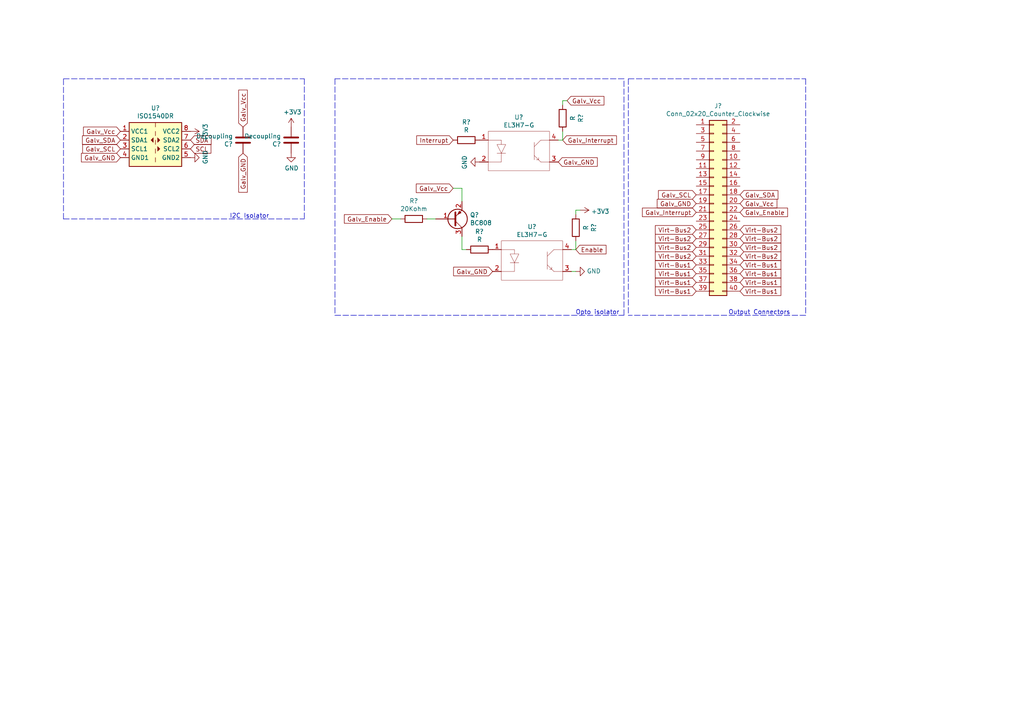
<source format=kicad_sch>
(kicad_sch (version 20210126) (generator eeschema)
  (paper "A4")
  (lib_symbols
    (symbol "00_LIB:EL3H7-G"
      (property "Reference" "U?" (at 0 10.4335 0))
      (property "Value" "EL3H7-G" (at 0 8.1348 0))
      (symbol "EL3H7-G_0_1"
        (rectangle (start -8.89 6.35) (end 8.89 -5.08) (stroke (width 0.0006)))
        (polyline (pts (xy -8.89 3.81) (xy -6.35 3.81) (xy -5.08 3.81) (xy -5.08 2.54) (xy -3.81 2.54) (xy -5.08 0) (xy -6.35 2.54) (xy -5.08 2.54)) (stroke (width 0.0006)))
        (polyline (pts (xy -5.08 0) (xy -5.08 -1.27) (xy -5.08 -2.54) (xy -8.89 -2.54)) (stroke (width 0.0006)))
        (polyline (pts (xy -6.35 0) (xy -3.81 0)) (stroke (width 0.0006)))
        (polyline (pts (xy 8.89 3.81) (xy 6.35 3.81)) (stroke (width 0.0006)))
        (polyline (pts (xy 6.35 3.81) (xy 4.445 1.905)) (stroke (width 0.0006)))
        (polyline (pts (xy 4.445 2.54) (xy 4.445 3.175)) (stroke (width 0.0006)))
        (polyline (pts (xy 4.445 2.54) (xy 4.445 -1.905)) (stroke (width 0.0006)))
        (polyline (pts (xy 8.89 -2.54) (xy 6.35 -2.54)) (stroke (width 0.0006)))
        (polyline (pts (xy 6.35 -2.54) (xy 4.445 -0.635)) (stroke (width 0.0006)))
        (polyline (pts (xy 5.715 -1.905) (xy 5.715 -1.27)) (stroke (width 0.0006)))
        (polyline (pts (xy 5.715 -1.905) (xy 5.08 -1.905)) (stroke (width 0.0006)))
      )
      (symbol "EL3H7-G_1_1"
        (pin input line (at -11.43 3.81 0) (length 2.54) (name "") (number "1"))
        (pin input line (at -11.43 -2.54 0) (length 2.54) (name "") (number "2"))
        (pin input line (at 11.43 -2.54 180) (length 2.54) (name "") (number "3"))
        (pin input line (at 11.43 3.81 180) (length 2.54) (name "") (number "4"))
      )
    )
    (symbol "00_LIB:EL3H7-G_1"
      (property "Reference" "U?" (at 0 10.4335 0))
      (property "Value" "EL3H7-G" (at 0 8.1348 0))
      (symbol "EL3H7-G_1_0_1"
        (rectangle (start -8.89 6.35) (end 8.89 -5.08) (stroke (width 0.0006)))
        (polyline (pts (xy -8.89 3.81) (xy -6.35 3.81) (xy -5.08 3.81) (xy -5.08 2.54) (xy -3.81 2.54) (xy -5.08 0) (xy -6.35 2.54) (xy -5.08 2.54)) (stroke (width 0.0006)))
        (polyline (pts (xy -5.08 0) (xy -5.08 -1.27) (xy -5.08 -2.54) (xy -8.89 -2.54)) (stroke (width 0.0006)))
        (polyline (pts (xy -6.35 0) (xy -3.81 0)) (stroke (width 0.0006)))
        (polyline (pts (xy 8.89 3.81) (xy 6.35 3.81)) (stroke (width 0.0006)))
        (polyline (pts (xy 6.35 3.81) (xy 4.445 1.905)) (stroke (width 0.0006)))
        (polyline (pts (xy 4.445 2.54) (xy 4.445 3.175)) (stroke (width 0.0006)))
        (polyline (pts (xy 4.445 2.54) (xy 4.445 -1.905)) (stroke (width 0.0006)))
        (polyline (pts (xy 8.89 -2.54) (xy 6.35 -2.54)) (stroke (width 0.0006)))
        (polyline (pts (xy 6.35 -2.54) (xy 4.445 -0.635)) (stroke (width 0.0006)))
        (polyline (pts (xy 5.715 -1.905) (xy 5.715 -1.27)) (stroke (width 0.0006)))
        (polyline (pts (xy 5.715 -1.905) (xy 5.08 -1.905)) (stroke (width 0.0006)))
      )
      (symbol "EL3H7-G_1_1_1"
        (pin input line (at -11.43 3.81 0) (length 2.54) (name "") (number "1"))
        (pin input line (at -11.43 -2.54 0) (length 2.54) (name "") (number "2"))
        (pin input line (at 11.43 -2.54 180) (length 2.54) (name "") (number "3"))
        (pin input line (at 11.43 3.81 180) (length 2.54) (name "") (number "4"))
      )
    )
    (symbol "Connector_Generic:Conn_02x20_Odd_Even" (pin_names (offset 1.016) hide)
      (property "Reference" "J" (at 1.27 25.4 0))
      (property "Value" "Conn_02x20_Odd_Even" (at 1.27 -27.94 0))
      (symbol "Conn_02x20_Odd_Even_1_1"
        (rectangle (start -1.27 -4.953) (end 0 -5.207) (stroke (width 0.1524)))
        (rectangle (start -1.27 -7.493) (end 0 -7.747) (stroke (width 0.1524)))
        (rectangle (start -1.27 -10.033) (end 0 -10.287) (stroke (width 0.1524)))
        (rectangle (start -1.27 -12.573) (end 0 -12.827) (stroke (width 0.1524)))
        (rectangle (start -1.27 -15.113) (end 0 -15.367) (stroke (width 0.1524)))
        (rectangle (start -1.27 -17.653) (end 0 -17.907) (stroke (width 0.1524)))
        (rectangle (start -1.27 -20.193) (end 0 -20.447) (stroke (width 0.1524)))
        (rectangle (start -1.27 -22.733) (end 0 -22.987) (stroke (width 0.1524)))
        (rectangle (start -1.27 -2.413) (end 0 -2.667) (stroke (width 0.1524)))
        (rectangle (start -1.27 -25.273) (end 0 -25.527) (stroke (width 0.1524)))
        (rectangle (start -1.27 2.667) (end 0 2.413) (stroke (width 0.1524)))
        (rectangle (start -1.27 5.207) (end 0 4.953) (stroke (width 0.1524)))
        (rectangle (start -1.27 7.747) (end 0 7.493) (stroke (width 0.1524)))
        (rectangle (start -1.27 10.287) (end 0 10.033) (stroke (width 0.1524)))
        (rectangle (start -1.27 0.127) (end 0 -0.127) (stroke (width 0.1524)))
        (rectangle (start -1.27 12.827) (end 0 12.573) (stroke (width 0.1524)))
        (rectangle (start -1.27 15.367) (end 0 15.113) (stroke (width 0.1524)))
        (rectangle (start -1.27 17.907) (end 0 17.653) (stroke (width 0.1524)))
        (rectangle (start -1.27 20.447) (end 0 20.193) (stroke (width 0.1524)))
        (rectangle (start -1.27 22.987) (end 0 22.733) (stroke (width 0.1524)))
        (rectangle (start -1.27 24.13) (end 3.81 -26.67) (stroke (width 0.254)) (fill (type background)))
        (rectangle (start 3.81 -4.953) (end 2.54 -5.207) (stroke (width 0.1524)))
        (rectangle (start 3.81 -7.493) (end 2.54 -7.747) (stroke (width 0.1524)))
        (rectangle (start 3.81 -10.033) (end 2.54 -10.287) (stroke (width 0.1524)))
        (rectangle (start 3.81 -12.573) (end 2.54 -12.827) (stroke (width 0.1524)))
        (rectangle (start 3.81 -15.113) (end 2.54 -15.367) (stroke (width 0.1524)))
        (rectangle (start 3.81 -17.653) (end 2.54 -17.907) (stroke (width 0.1524)))
        (rectangle (start 3.81 -20.193) (end 2.54 -20.447) (stroke (width 0.1524)))
        (rectangle (start 3.81 -22.733) (end 2.54 -22.987) (stroke (width 0.1524)))
        (rectangle (start 3.81 -2.413) (end 2.54 -2.667) (stroke (width 0.1524)))
        (rectangle (start 3.81 -25.273) (end 2.54 -25.527) (stroke (width 0.1524)))
        (rectangle (start 3.81 2.667) (end 2.54 2.413) (stroke (width 0.1524)))
        (rectangle (start 3.81 5.207) (end 2.54 4.953) (stroke (width 0.1524)))
        (rectangle (start 3.81 7.747) (end 2.54 7.493) (stroke (width 0.1524)))
        (rectangle (start 3.81 10.287) (end 2.54 10.033) (stroke (width 0.1524)))
        (rectangle (start 3.81 0.127) (end 2.54 -0.127) (stroke (width 0.1524)))
        (rectangle (start 3.81 12.827) (end 2.54 12.573) (stroke (width 0.1524)))
        (rectangle (start 3.81 15.367) (end 2.54 15.113) (stroke (width 0.1524)))
        (rectangle (start 3.81 17.907) (end 2.54 17.653) (stroke (width 0.1524)))
        (rectangle (start 3.81 20.447) (end 2.54 20.193) (stroke (width 0.1524)))
        (rectangle (start 3.81 22.987) (end 2.54 22.733) (stroke (width 0.1524)))
        (pin passive line (at -5.08 22.86 0) (length 3.81) (name "Pin_1") (number "1"))
        (pin passive line (at 7.62 12.7 180) (length 3.81) (name "Pin_10") (number "10"))
        (pin passive line (at -5.08 10.16 0) (length 3.81) (name "Pin_11") (number "11"))
        (pin passive line (at 7.62 10.16 180) (length 3.81) (name "Pin_12") (number "12"))
        (pin passive line (at -5.08 7.62 0) (length 3.81) (name "Pin_13") (number "13"))
        (pin passive line (at 7.62 7.62 180) (length 3.81) (name "Pin_14") (number "14"))
        (pin passive line (at -5.08 5.08 0) (length 3.81) (name "Pin_15") (number "15"))
        (pin passive line (at 7.62 5.08 180) (length 3.81) (name "Pin_16") (number "16"))
        (pin passive line (at -5.08 2.54 0) (length 3.81) (name "Pin_17") (number "17"))
        (pin passive line (at 7.62 2.54 180) (length 3.81) (name "Pin_18") (number "18"))
        (pin passive line (at -5.08 0 0) (length 3.81) (name "Pin_19") (number "19"))
        (pin passive line (at 7.62 22.86 180) (length 3.81) (name "Pin_2") (number "2"))
        (pin passive line (at 7.62 0 180) (length 3.81) (name "Pin_20") (number "20"))
        (pin passive line (at -5.08 -2.54 0) (length 3.81) (name "Pin_21") (number "21"))
        (pin passive line (at 7.62 -2.54 180) (length 3.81) (name "Pin_22") (number "22"))
        (pin passive line (at -5.08 -5.08 0) (length 3.81) (name "Pin_23") (number "23"))
        (pin passive line (at 7.62 -5.08 180) (length 3.81) (name "Pin_24") (number "24"))
        (pin passive line (at -5.08 -7.62 0) (length 3.81) (name "Pin_25") (number "25"))
        (pin passive line (at 7.62 -7.62 180) (length 3.81) (name "Pin_26") (number "26"))
        (pin passive line (at -5.08 -10.16 0) (length 3.81) (name "Pin_27") (number "27"))
        (pin passive line (at 7.62 -10.16 180) (length 3.81) (name "Pin_28") (number "28"))
        (pin passive line (at -5.08 -12.7 0) (length 3.81) (name "Pin_29") (number "29"))
        (pin passive line (at -5.08 20.32 0) (length 3.81) (name "Pin_3") (number "3"))
        (pin passive line (at 7.62 -12.7 180) (length 3.81) (name "Pin_30") (number "30"))
        (pin passive line (at -5.08 -15.24 0) (length 3.81) (name "Pin_31") (number "31"))
        (pin passive line (at 7.62 -15.24 180) (length 3.81) (name "Pin_32") (number "32"))
        (pin passive line (at -5.08 -17.78 0) (length 3.81) (name "Pin_33") (number "33"))
        (pin passive line (at 7.62 -17.78 180) (length 3.81) (name "Pin_34") (number "34"))
        (pin passive line (at -5.08 -20.32 0) (length 3.81) (name "Pin_35") (number "35"))
        (pin passive line (at 7.62 -20.32 180) (length 3.81) (name "Pin_36") (number "36"))
        (pin passive line (at -5.08 -22.86 0) (length 3.81) (name "Pin_37") (number "37"))
        (pin passive line (at 7.62 -22.86 180) (length 3.81) (name "Pin_38") (number "38"))
        (pin passive line (at -5.08 -25.4 0) (length 3.81) (name "Pin_39") (number "39"))
        (pin passive line (at 7.62 20.32 180) (length 3.81) (name "Pin_4") (number "4"))
        (pin passive line (at 7.62 -25.4 180) (length 3.81) (name "Pin_40") (number "40"))
        (pin passive line (at -5.08 17.78 0) (length 3.81) (name "Pin_5") (number "5"))
        (pin passive line (at 7.62 17.78 180) (length 3.81) (name "Pin_6") (number "6"))
        (pin passive line (at -5.08 15.24 0) (length 3.81) (name "Pin_7") (number "7"))
        (pin passive line (at 7.62 15.24 180) (length 3.81) (name "Pin_8") (number "8"))
        (pin passive line (at -5.08 12.7 0) (length 3.81) (name "Pin_9") (number "9"))
      )
    )
    (symbol "Device:C" (pin_numbers hide) (pin_names (offset 0.254))
      (property "Reference" "C" (at 0.635 2.54 0))
      (property "Value" "C" (at 0.635 -2.54 0))
      (symbol "C_0_1"
        (polyline (pts (xy -2.032 -0.762) (xy 2.032 -0.762)) (stroke (width 0.508)))
        (polyline (pts (xy -2.032 0.762) (xy 2.032 0.762)) (stroke (width 0.508)))
      )
      (symbol "C_1_1"
        (pin passive line (at 0 3.81 270) (length 2.794) (name "~") (number "1"))
        (pin passive line (at 0 -3.81 90) (length 2.794) (name "~") (number "2"))
      )
    )
    (symbol "Device:R" (pin_numbers hide) (pin_names (offset 0))
      (property "Reference" "R" (at 2.032 0 90))
      (property "Value" "R" (at 0 0 90))
      (symbol "R_0_1"
        (rectangle (start -1.016 -2.54) (end 1.016 2.54) (stroke (width 0.254)))
      )
      (symbol "R_1_1"
        (pin passive line (at 0 3.81 270) (length 1.27) (name "~") (number "1"))
        (pin passive line (at 0 -3.81 90) (length 1.27) (name "~") (number "2"))
      )
    )
    (symbol "Isolator:ISO1541"
      (property "Reference" "U" (at -6.35 6.35 0))
      (property "Value" "ISO1541" (at 3.81 6.35 0))
      (symbol "ISO1541_0_1"
        (rectangle (start -7.62 5.08) (end 7.62 -7.62) (stroke (width 0.254)) (fill (type background)))
        (rectangle (start 0 -5.08) (end 0 -6.35))
        (polyline (pts (xy 0 -2.54) (xy 0 -3.81)))
        (polyline (pts (xy 0 0) (xy 0 -1.27)))
        (polyline (pts (xy 0 2.54) (xy 0 1.27)))
        (polyline (pts (xy 0 5.08) (xy 0 3.81)))
        (polyline (pts (xy -0.635 0.635) (xy -1.27 0) (xy -0.635 -0.635) (xy -0.635 0.635)) (fill (type outline)))
        (polyline (pts (xy 0.635 -1.905) (xy 1.27 -2.54) (xy 0.635 -3.175) (xy 0.635 -1.905)) (fill (type outline)))
        (polyline (pts (xy 0.635 0.635) (xy 1.27 0) (xy 0.635 -0.635) (xy 0.635 0.635)) (fill (type outline)))
      )
      (symbol "ISO1541_1_1"
        (pin power_in line (at -10.16 2.54 0) (length 2.54) (name "VCC1") (number "1"))
        (pin bidirectional line (at -10.16 0 0) (length 2.54) (name "SDA1") (number "2"))
        (pin input line (at -10.16 -2.54 0) (length 2.54) (name "SCL1") (number "3"))
        (pin power_in line (at -10.16 -5.08 0) (length 2.54) (name "GND1") (number "4"))
        (pin power_in line (at 10.16 -5.08 180) (length 2.54) (name "GND2") (number "5"))
        (pin output line (at 10.16 -2.54 180) (length 2.54) (name "SCL2") (number "6"))
        (pin bidirectional line (at 10.16 0 180) (length 2.54) (name "SDA2") (number "7"))
        (pin power_in line (at 10.16 2.54 180) (length 2.54) (name "VCC2") (number "8"))
      )
    )
    (symbol "Transistor_BJT:BC808" (pin_names (offset 0) hide)
      (property "Reference" "Q" (at 5.08 1.905 0))
      (property "Value" "BC808" (at 5.08 0 0))
      (symbol "BC808_0_1"
        (circle (center 1.27 0) (radius 2.8194) (stroke (width 0.254)))
        (polyline (pts (xy 0.635 0.635) (xy 2.54 2.54)))
        (polyline (pts (xy 0.635 -0.635) (xy 2.54 -2.54) (xy 2.54 -2.54)))
        (polyline (pts (xy 0.635 1.905) (xy 0.635 -1.905) (xy 0.635 -1.905)) (stroke (width 0.508)))
        (polyline (pts (xy 2.286 -1.778) (xy 1.778 -2.286) (xy 1.27 -1.27) (xy 2.286 -1.778) (xy 2.286 -1.778)) (fill (type outline)))
      )
      (symbol "BC808_1_1"
        (pin input line (at -5.08 0 0) (length 5.715) (name "B") (number "1"))
        (pin passive line (at 2.54 -5.08 90) (length 2.54) (name "E") (number "2"))
        (pin passive line (at 2.54 5.08 270) (length 2.54) (name "C") (number "3"))
      )
    )
    (symbol "power:+3.3V" (power) (pin_names (offset 0))
      (property "Value" "+3.3V" (at 0 3.556 0))
      (symbol "+3.3V_0_1"
        (polyline (pts (xy -0.762 1.27) (xy 0 2.54)))
        (polyline (pts (xy 0 0) (xy 0 2.54)))
        (polyline (pts (xy 0 2.54) (xy 0.762 1.27)))
      )
      (symbol "+3.3V_1_1"
        (pin power_in line (at 0 0 90) (length 0) hide (name "+3V3") (number "1"))
      )
    )
    (symbol "power:GND" (power) (pin_names (offset 0))
      (property "Value" "GND" (at 0 -3.81 0))
      (symbol "GND_0_1"
        (polyline (pts (xy 0 0) (xy 0 -1.27) (xy 1.27 -1.27) (xy 0 -2.54) (xy -1.27 -1.27) (xy 0 -1.27)))
      )
      (symbol "GND_1_1"
        (pin power_in line (at 0 0 270) (length 0) hide (name "GND") (number "1"))
      )
    )
  )
  (wire (pts (xy 113.665 63.5) (xy 116.205 63.5)))
  (wire (pts (xy 123.825 63.5) (xy 126.365 63.5)))
  (wire (pts (xy 131.445 54.61) (xy 133.985 54.61)))
  (wire (pts (xy 133.985 54.61) (xy 133.985 58.42)))
  (wire (pts (xy 133.985 68.58) (xy 133.985 72.39)))
  (wire (pts (xy 135.255 72.39) (xy 133.985 72.39)))
  (wire (pts (xy 161.925 40.64) (xy 163.195 40.64)))
  (wire (pts (xy 163.195 29.21) (xy 163.195 30.48)))
  (wire (pts (xy 163.195 40.64) (xy 163.195 38.1)))
  (wire (pts (xy 164.465 29.21) (xy 163.195 29.21)))
  (wire (pts (xy 165.735 78.74) (xy 167.005 78.74)))
  (wire (pts (xy 167.005 60.96) (xy 167.005 62.23)))
  (wire (pts (xy 167.005 69.85) (xy 167.005 72.39)))
  (wire (pts (xy 167.005 72.39) (xy 165.735 72.39)))
  (wire (pts (xy 168.275 60.96) (xy 167.005 60.96)))
  (polyline (pts (xy 18.415 22.86) (xy 88.265 22.86)) (stroke (width 0) (type dash)))
  (polyline (pts (xy 18.415 63.5) (xy 18.415 22.86)) (stroke (width 0) (type dash)))
  (polyline (pts (xy 18.415 63.5) (xy 88.265 63.5)) (stroke (width 0) (type dash)))
  (polyline (pts (xy 88.265 22.86) (xy 88.265 63.5)) (stroke (width 0) (type dash)))
  (polyline (pts (xy 97.155 22.86) (xy 97.155 91.44)) (stroke (width 0) (type dash)))
  (polyline (pts (xy 97.155 91.44) (xy 180.975 91.44)) (stroke (width 0) (type dash)))
  (polyline (pts (xy 180.975 22.86) (xy 97.155 22.86)) (stroke (width 0) (type dash)))
  (polyline (pts (xy 180.975 91.44) (xy 180.975 22.86)) (stroke (width 0) (type dash)))
  (polyline (pts (xy 182.245 22.86) (xy 182.245 91.44)) (stroke (width 0) (type dash)))
  (polyline (pts (xy 182.245 22.86) (xy 233.68 22.86)) (stroke (width 0) (type dash)))
  (polyline (pts (xy 233.68 22.86) (xy 233.68 91.44)) (stroke (width 0) (type dash)))
  (polyline (pts (xy 233.68 91.44) (xy 182.245 91.44)) (stroke (width 0) (type dash)))
  (text "I2C Isolator\n" (at 78.105 63.5 180) (effects (font (size 1.27 1.27)) (justify right bottom)))
  (text "Opto isolator\n" (at 179.705 91.44 180) (effects (font (size 1.27 1.27)) (justify right bottom)))
  (text "Output Connectors\n" (at 229.235 91.44 180) (effects (font (size 1.27 1.27)) (justify right bottom)))
  (global_label "Galv_Vcc" (shape input) (at 34.925 38.1 180) (property "Intersheet References" "${INTERSHEET_REFS}" (effects hide)))
  (global_label "Galv_SDA" (shape input) (at 34.925 40.64 180) (property "Intersheet References" "${INTERSHEET_REFS}" (effects hide)))
  (global_label "Galv_SCL" (shape input) (at 34.925 43.18 180) (property "Intersheet References" "${INTERSHEET_REFS}" (effects hide)))
  (global_label "Galv_GND" (shape input) (at 34.925 45.72 180) (property "Intersheet References" "${INTERSHEET_REFS}" (effects hide)))
  (global_label "SDA" (shape input) (at 55.245 40.64 0) (property "Intersheet References" "${INTERSHEET_REFS}" (effects hide)))
  (global_label "SCL" (shape input) (at 55.245 43.18 0) (property "Intersheet References" "${INTERSHEET_REFS}" (effects hide)))
  (global_label "Galv_Vcc" (shape input) (at 70.485 36.83 90) (property "Intersheet References" "${INTERSHEET_REFS}" (effects hide)))
  (global_label "Galv_GND" (shape input) (at 70.485 44.45 270) (property "Intersheet References" "${INTERSHEET_REFS}" (effects hide)))
  (global_label "Galv_Enable" (shape input) (at 113.665 63.5 180) (property "Intersheet References" "${INTERSHEET_REFS}" (effects hide)))
  (global_label "Interrupt" (shape input) (at 131.445 40.64 180) (property "Intersheet References" "${INTERSHEET_REFS}" (effects hide)))
  (global_label "Galv_Vcc" (shape input) (at 131.445 54.61 180) (property "Intersheet References" "${INTERSHEET_REFS}" (effects hide)))
  (global_label "Galv_GND" (shape input) (at 142.875 78.74 180) (property "Intersheet References" "${INTERSHEET_REFS}" (effects hide)))
  (global_label "Galv_GND" (shape input) (at 161.925 46.99 0) (property "Intersheet References" "${INTERSHEET_REFS}" (effects hide)))
  (global_label "Galv_Interrupt" (shape input) (at 163.195 40.64 0) (property "Intersheet References" "${INTERSHEET_REFS}" (effects hide)))
  (global_label "Galv_Vcc" (shape input) (at 164.465 29.21 0) (property "Intersheet References" "${INTERSHEET_REFS}" (effects hide)))
  (global_label "Enable" (shape input) (at 167.005 72.39 0) (property "Intersheet References" "${INTERSHEET_REFS}" (effects hide)))
  (global_label "Galv_SCL" (shape input) (at 201.93 56.515 180) (property "Intersheet References" "${INTERSHEET_REFS}" (effects hide)))
  (global_label "Galv_GND" (shape input) (at 201.93 59.055 180) (property "Intersheet References" "${INTERSHEET_REFS}" (effects hide)))
  (global_label "Galv_Interrupt" (shape input) (at 201.93 61.595 180) (property "Intersheet References" "${INTERSHEET_REFS}" (effects hide)))
  (global_label "Virt-Bus2" (shape input) (at 201.93 66.675 180) (property "Intersheet References" "${INTERSHEET_REFS}" (effects hide)))
  (global_label "Virt-Bus2" (shape input) (at 201.93 69.215 180) (property "Intersheet References" "${INTERSHEET_REFS}" (effects hide)))
  (global_label "Virt-Bus2" (shape input) (at 201.93 71.755 180) (property "Intersheet References" "${INTERSHEET_REFS}" (effects hide)))
  (global_label "Virt-Bus2" (shape input) (at 201.93 74.295 180) (property "Intersheet References" "${INTERSHEET_REFS}" (effects hide)))
  (global_label "Virt-Bus1" (shape input) (at 201.93 76.835 180) (property "Intersheet References" "${INTERSHEET_REFS}" (effects hide)))
  (global_label "Virt-Bus1" (shape input) (at 201.93 79.375 180) (property "Intersheet References" "${INTERSHEET_REFS}" (effects hide)))
  (global_label "Virt-Bus1" (shape input) (at 201.93 81.915 180) (property "Intersheet References" "${INTERSHEET_REFS}" (effects hide)))
  (global_label "Virt-Bus1" (shape input) (at 201.93 84.455 180) (property "Intersheet References" "${INTERSHEET_REFS}" (effects hide)))
  (global_label "Galv_SDA" (shape input) (at 214.63 56.515 0) (property "Intersheet References" "${INTERSHEET_REFS}" (effects hide)))
  (global_label "Galv_Vcc" (shape input) (at 214.63 59.055 0) (property "Intersheet References" "${INTERSHEET_REFS}" (effects hide)))
  (global_label "Galv_Enable" (shape input) (at 214.63 61.595 0) (property "Intersheet References" "${INTERSHEET_REFS}" (effects hide)))
  (global_label "Virt-Bus2" (shape input) (at 214.63 66.675 0) (property "Intersheet References" "${INTERSHEET_REFS}" (effects hide)))
  (global_label "Virt-Bus2" (shape input) (at 214.63 69.215 0) (property "Intersheet References" "${INTERSHEET_REFS}" (effects hide)))
  (global_label "Virt-Bus2" (shape input) (at 214.63 71.755 0) (property "Intersheet References" "${INTERSHEET_REFS}" (effects hide)))
  (global_label "Virt-Bus2" (shape input) (at 214.63 74.295 0) (property "Intersheet References" "${INTERSHEET_REFS}" (effects hide)))
  (global_label "Virt-Bus1" (shape input) (at 214.63 76.835 0) (property "Intersheet References" "${INTERSHEET_REFS}" (effects hide)))
  (global_label "Virt-Bus1" (shape input) (at 214.63 79.375 0) (property "Intersheet References" "${INTERSHEET_REFS}" (effects hide)))
  (global_label "Virt-Bus1" (shape input) (at 214.63 81.915 0) (property "Intersheet References" "${INTERSHEET_REFS}" (effects hide)))
  (global_label "Virt-Bus1" (shape input) (at 214.63 84.455 0) (property "Intersheet References" "${INTERSHEET_REFS}" (effects hide)))
  (symbol (lib_id "power:+3.3V") (at 55.245 38.1 270) (unit 1)
    (property "Reference" "#PWR?" (effects hide))
    (property "Value" "+3.3V" (at 59.5694 38.4683 0))
  )
  (symbol (lib_id "power:+3.3V") (at 84.455 36.83 0) (unit 1)
    (property "Reference" "#PWR?" (effects hide))
    (property "Value" "+3.3V" (at 84.8233 32.5056 0))
  )
  (symbol (lib_id "power:+3.3V") (at 168.275 60.96 270) (unit 1)
    (property "Reference" "#PWR?" (effects hide))
    (property "Value" "+3.3V" (at 171.4501 61.3283 90) (effects (justify left)))
  )
  (symbol (lib_id "power:GND") (at 55.245 45.72 90) (unit 1)
    (property "Reference" "#PWR?" (effects hide))
    (property "Value" "GND" (at 59.5694 45.6057 0))
  )
  (symbol (lib_id "power:GND") (at 84.455 44.45 0) (unit 1)
    (property "Reference" "#PWR?" (effects hide))
    (property "Value" "GND" (at 84.5693 48.7744 0))
  )
  (symbol (lib_id "power:GND") (at 139.065 46.99 270) (unit 1)
    (property "Reference" "#PWR?" (effects hide))
    (property "Value" "GND" (at 134.7406 47.1043 0))
  )
  (symbol (lib_id "power:GND") (at 167.005 78.74 90) (unit 1)
    (property "Reference" "#PWR?" (effects hide))
    (property "Value" "GND" (at 170.1801 78.6257 90) (effects (justify right)))
  )
  (symbol (lib_id "Device:R") (at 120.015 63.5 90) (unit 1)
    (property "Reference" "R?" (at 120.015 58.2738 90))
    (property "Value" "20Kohm" (at 120.015 60.573 90))
    (property "Footprint" "Resistor_SMD:R_0805_2012Metric_Pad1.20x1.40mm_HandSolder" (effects hide))
    (property "Buylink" "C473304" (effects hide))
    (property "Orderd" "100" (effects hide))
  )
  (symbol (lib_id "Device:R") (at 135.255 40.64 90) (unit 1)
    (property "Reference" "R?" (at 135.255 35.4138 90))
    (property "Value" "R" (at 135.255 37.7125 90))
    (property "Footprint" "Resistor_SMD:R_0805_2012Metric_Pad1.20x1.40mm_HandSolder" (effects hide))
  )
  (symbol (lib_id "Device:R") (at 139.065 72.39 90) (unit 1)
    (property "Reference" "R?" (at 139.065 67.1638 90))
    (property "Value" "R" (at 139.065 69.4625 90))
    (property "Footprint" "Resistor_SMD:R_0805_2012Metric_Pad1.20x1.40mm_HandSolder" (effects hide))
  )
  (symbol (lib_id "Device:R") (at 163.195 34.29 0) (unit 1)
    (property "Reference" "R?" (at 168.4212 34.29 90))
    (property "Value" "R" (at 166.1225 34.29 90))
    (property "Footprint" "Resistor_SMD:R_0805_2012Metric_Pad1.20x1.40mm_HandSolder" (effects hide))
  )
  (symbol (lib_id "Device:R") (at 167.005 66.04 0) (unit 1)
    (property "Reference" "R?" (at 172.2312 66.04 90))
    (property "Value" "R" (at 169.9325 66.04 90))
    (property "Footprint" "Resistor_SMD:R_0805_2012Metric_Pad1.20x1.40mm_HandSolder" (effects hide))
  )
  (symbol (lib_id "Device:C") (at 70.485 40.64 0) (unit 1)
    (property "Reference" "C?" (at 67.5639 41.7894 0) (effects (justify right)))
    (property "Value" "Decoupling" (at 67.5639 39.4907 0) (effects (justify right)))
    (property "Footprint" "Capacitor_SMD:C_0805_2012Metric_Pad1.18x1.45mm_HandSolder" (effects hide))
  )
  (symbol (lib_id "Device:C") (at 84.455 40.64 0) (unit 1)
    (property "Reference" "C?" (at 81.5339 41.7894 0) (effects (justify right)))
    (property "Value" "Decoupling" (at 81.5339 39.4907 0) (effects (justify right)))
    (property "Footprint" "Capacitor_SMD:C_0805_2012Metric_Pad1.18x1.45mm_HandSolder" (effects hide))
  )
  (symbol (lib_id "Transistor_BJT:BC808") (at 131.445 63.5 0) (mirror x) (unit 1)
    (property "Reference" "Q?" (at 136.2965 62.3506 0) (effects (justify left)))
    (property "Value" "BC808" (at 136.2965 64.6493 0) (effects (justify left)))
    (property "Footprint" "Package_TO_SOT_SMD:SOT-23" (effects hide))
    (property "Datasheet" "https://www.onsemi.com/pub/Collateral/BC808-D.pdf" (effects hide))
  )
  (symbol (lib_id "00_LIB:EL3H7-G") (at 150.495 44.45 0) (unit 1)
    (property "Reference" "U?" (at 150.495 34.0165 0))
    (property "Value" "EL3H7-G" (at 150.495 36.3152 0))
    (property "Footprint" "Package_SO:SOP-4_4.4x2.6mm_P1.27mm" (effects hide))
    (property "Buylink" "	C32565" (effects hide))
    (property "Orderd" "20" (effects hide))
  )
  (symbol (lib_name "00_LIB:EL3H7-G_1") (lib_id "00_LIB:EL3H7-G") (at 154.305 76.2 0) (unit 1)
    (property "Reference" "U?" (at 154.305 65.7665 0))
    (property "Value" "EL3H7-G" (at 154.305 68.0652 0))
    (property "Footprint" "Package_SO:SOP-4_4.4x2.6mm_P1.27mm" (effects hide))
    (property "Buylink" "	C32565" (effects hide))
    (property "Orderd" "20" (effects hide))
  )
  (symbol (lib_id "Isolator:ISO1541") (at 45.085 40.64 0) (unit 1)
    (property "Reference" "U?" (at 45.085 31.3498 0))
    (property "Value" "ISO1540DR" (at 45.085 33.6485 0))
    (property "Footprint" "Package_SO:SOIC-8_3.9x4.9mm_P1.27mm" (effects hide))
    (property "Datasheet" "http://www.ti.com/lit/ds/symlink/iso1540.pdf" (effects hide))
    (property "Buylink" "C179739" (effects hide))
    (property "Orderd" "10" (effects hide))
  )
  (symbol (lib_id "Connector_Generic:Conn_02x20_Odd_Even") (at 207.01 59.055 0) (unit 1)
    (property "Reference" "J?" (at 208.28 30.7148 0))
    (property "Value" "Conn_02x20_Counter_Clockwise" (at 208.28 33.0135 0))
    (property "Footprint" "Connector_PinSocket_2.54mm:PinSocket_2x20_P2.54mm_Vertical" (effects hide))
  )
)
</source>
